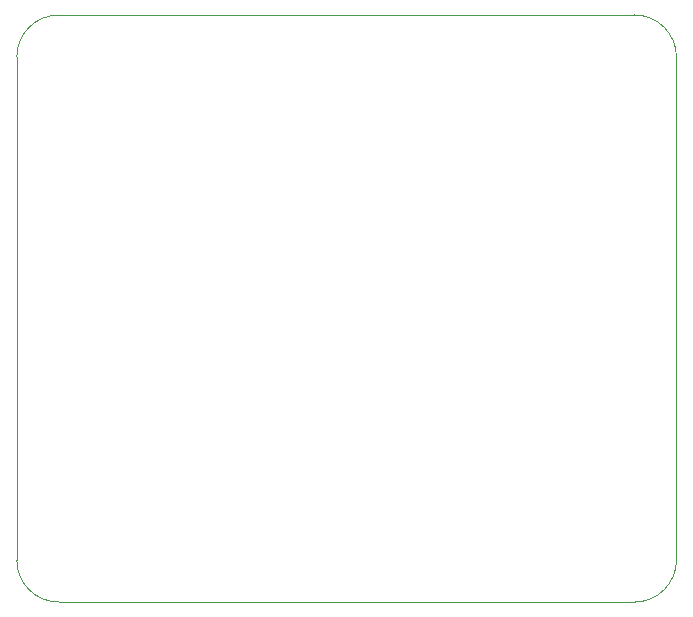
<source format=gm1>
%TF.GenerationSoftware,KiCad,Pcbnew,(5.1.8)-1*%
%TF.CreationDate,2021-02-13T13:26:23-08:00*%
%TF.ProjectId,20200103_8SBMS_A0,32303230-3031-4303-935f-3853424d535f,rev?*%
%TF.SameCoordinates,PXb061cf0PYa92e8c0*%
%TF.FileFunction,Profile,NP*%
%FSLAX46Y46*%
G04 Gerber Fmt 4.6, Leading zero omitted, Abs format (unit mm)*
G04 Created by KiCad (PCBNEW (5.1.8)-1) date 2021-02-13 13:26:23*
%MOMM*%
%LPD*%
G01*
G04 APERTURE LIST*
%TA.AperFunction,Profile*%
%ADD10C,0.050000*%
%TD*%
G04 APERTURE END LIST*
D10*
X52300000Y49700000D02*
G75*
G02*
X55850000Y46150000I0J-3550000D01*
G01*
X55850000Y3550000D02*
G75*
G02*
X52300000Y0I-3550000J0D01*
G01*
X3550000Y0D02*
G75*
G02*
X0Y3550000I0J3550000D01*
G01*
X0Y46150000D02*
G75*
G02*
X3550000Y49700000I3550000J0D01*
G01*
X0Y46150000D02*
X0Y3550000D01*
X52300000Y49700000D02*
X3550000Y49700000D01*
X55850000Y3550000D02*
X55850000Y46150000D01*
X3550000Y0D02*
X52300000Y0D01*
M02*

</source>
